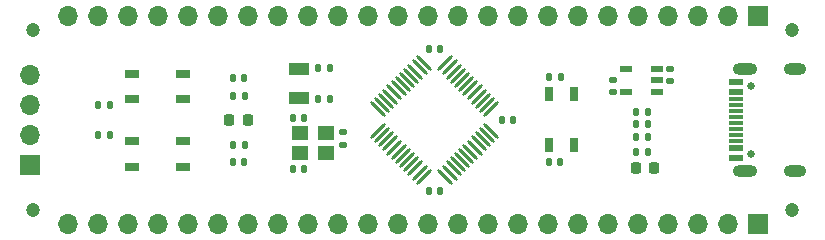
<source format=gts>
%TF.GenerationSoftware,KiCad,Pcbnew,7.0.5*%
%TF.CreationDate,2023-06-29T00:31:54+08:00*%
%TF.ProjectId,UINIO-MCU-GD32F103C,55494e49-4f2d-44d4-9355-2d4744333246,Version 2.0.0*%
%TF.SameCoordinates,PX9357ba0PY5667240*%
%TF.FileFunction,Soldermask,Top*%
%TF.FilePolarity,Negative*%
%FSLAX46Y46*%
G04 Gerber Fmt 4.6, Leading zero omitted, Abs format (unit mm)*
G04 Created by KiCad (PCBNEW 7.0.5) date 2023-06-29 00:31:54*
%MOMM*%
%LPD*%
G01*
G04 APERTURE LIST*
G04 Aperture macros list*
%AMRoundRect*
0 Rectangle with rounded corners*
0 $1 Rounding radius*
0 $2 $3 $4 $5 $6 $7 $8 $9 X,Y pos of 4 corners*
0 Add a 4 corners polygon primitive as box body*
4,1,4,$2,$3,$4,$5,$6,$7,$8,$9,$2,$3,0*
0 Add four circle primitives for the rounded corners*
1,1,$1+$1,$2,$3*
1,1,$1+$1,$4,$5*
1,1,$1+$1,$6,$7*
1,1,$1+$1,$8,$9*
0 Add four rect primitives between the rounded corners*
20,1,$1+$1,$2,$3,$4,$5,0*
20,1,$1+$1,$4,$5,$6,$7,0*
20,1,$1+$1,$6,$7,$8,$9,0*
20,1,$1+$1,$8,$9,$2,$3,0*%
%AMHorizOval*
0 Thick line with rounded ends*
0 $1 width*
0 $2 $3 position (X,Y) of the first rounded end (center of the circle)*
0 $4 $5 position (X,Y) of the second rounded end (center of the circle)*
0 Add line between two ends*
20,1,$1,$2,$3,$4,$5,0*
0 Add two circle primitives to create the rounded ends*
1,1,$1,$2,$3*
1,1,$1,$4,$5*%
G04 Aperture macros list end*
%ADD10RoundRect,0.135000X-0.135000X-0.185000X0.135000X-0.185000X0.135000X0.185000X-0.135000X0.185000X0*%
%ADD11RoundRect,0.140000X-0.140000X-0.170000X0.140000X-0.170000X0.140000X0.170000X-0.140000X0.170000X0*%
%ADD12RoundRect,0.135000X0.135000X0.185000X-0.135000X0.185000X-0.135000X-0.185000X0.135000X-0.185000X0*%
%ADD13R,0.650000X1.200000*%
%ADD14R,1.800000X1.000000*%
%ADD15R,1.000000X0.600000*%
%ADD16RoundRect,0.140000X0.140000X0.170000X-0.140000X0.170000X-0.140000X-0.170000X0.140000X-0.170000X0*%
%ADD17RoundRect,0.218750X0.218750X0.256250X-0.218750X0.256250X-0.218750X-0.256250X0.218750X-0.256250X0*%
%ADD18R,1.200000X0.650000*%
%ADD19R,1.700000X1.700000*%
%ADD20O,1.700000X1.700000*%
%ADD21RoundRect,0.140000X0.170000X-0.140000X0.170000X0.140000X-0.170000X0.140000X-0.170000X-0.140000X0*%
%ADD22C,1.200000*%
%ADD23C,0.650000*%
%ADD24O,2.100000X1.000000*%
%ADD25O,1.900000X1.000000*%
%ADD26R,1.150000X0.600000*%
%ADD27R,1.150000X0.300000*%
%ADD28RoundRect,0.140000X-0.170000X0.140000X-0.170000X-0.140000X0.170000X-0.140000X0.170000X0.140000X0*%
%ADD29R,1.400000X1.200000*%
%ADD30RoundRect,0.135000X-0.185000X0.135000X-0.185000X-0.135000X0.185000X-0.135000X0.185000X0.135000X0*%
%ADD31HorizOval,0.280000X-0.537401X0.537401X0.537401X-0.537401X0*%
%ADD32HorizOval,0.280000X-0.537401X-0.537401X0.537401X0.537401X0*%
%ADD33RoundRect,0.218750X-0.218750X-0.256250X0.218750X-0.256250X0.218750X0.256250X-0.218750X0.256250X0*%
G04 APERTURE END LIST*
D10*
%TO.C,R1*%
X17600000Y-12840000D03*
X18620000Y-12840000D03*
%TD*%
D11*
%TO.C,C7*%
X-16480000Y-6565000D03*
X-15520000Y-6565000D03*
%TD*%
D12*
%TO.C,R8*%
X-26910000Y-11380000D03*
X-27930000Y-11380000D03*
%TD*%
D13*
%TO.C,SW2*%
X10265000Y-12220000D03*
X10265000Y-7920000D03*
X12415000Y-12220000D03*
X12415000Y-7920000D03*
%TD*%
D14*
%TO.C,Y1*%
X-10870000Y-8280000D03*
X-10870000Y-5780000D03*
%TD*%
D15*
%TO.C,U1*%
X19400000Y-7716000D03*
X19400000Y-6766000D03*
X19400000Y-5816000D03*
X16800000Y-5816000D03*
X16800000Y-7716000D03*
%TD*%
D16*
%TO.C,C11*%
X-8310000Y-8320000D03*
X-9270000Y-8320000D03*
%TD*%
D17*
%TO.C,D1*%
X19177500Y-14230000D03*
X17602500Y-14230000D03*
%TD*%
D18*
%TO.C,SW3*%
X-20760000Y-8340000D03*
X-25060000Y-8340000D03*
X-20760000Y-6190000D03*
X-25060000Y-6190000D03*
%TD*%
D19*
%TO.C,J3*%
X-33700000Y-13920000D03*
D20*
X-33700000Y-11380000D03*
X-33700000Y-8840000D03*
X-33700000Y-6300000D03*
%TD*%
D21*
%TO.C,C2*%
X20500000Y-6780000D03*
X20500000Y-5820000D03*
%TD*%
D12*
%TO.C,R10*%
X-15490000Y-8115000D03*
X-16510000Y-8115000D03*
%TD*%
D22*
%TO.C,HOLE\u002A\u002A*%
X30850000Y-17740000D03*
%TD*%
D12*
%TO.C,R4*%
X18620000Y-9410000D03*
X17600000Y-9410000D03*
%TD*%
D22*
%TO.C,HOLE\u002A\u002A*%
X-33410000Y-17740000D03*
%TD*%
%TO.C,HOLE\u002A\u002A*%
X-33410000Y-2530000D03*
%TD*%
D11*
%TO.C,C4*%
X100000Y-16120000D03*
X1060000Y-16120000D03*
%TD*%
D16*
%TO.C,C10*%
X-8310000Y-5750000D03*
X-9270000Y-5750000D03*
%TD*%
D23*
%TO.C,USB1*%
X27361000Y-13010000D03*
X27361000Y-7230000D03*
D24*
X26861000Y-14445000D03*
X26861000Y-5795000D03*
D25*
X31061000Y-14445000D03*
X31061000Y-5795000D03*
D26*
X26099000Y-13320000D03*
X26099000Y-12520000D03*
D27*
X26099000Y-11370000D03*
X26099000Y-10370000D03*
X26099000Y-9870000D03*
X26099000Y-8870000D03*
D26*
X26099000Y-6920000D03*
X26099000Y-7720000D03*
D27*
X26099000Y-8370000D03*
X26099000Y-9370000D03*
X26099000Y-10870000D03*
X26099000Y-11870000D03*
%TD*%
D28*
%TO.C,C5*%
X15690000Y-6760000D03*
X15690000Y-7720000D03*
%TD*%
D10*
%TO.C,R9*%
X-27940000Y-8840000D03*
X-26920000Y-8840000D03*
%TD*%
D29*
%TO.C,Y2*%
X-10830000Y-12960000D03*
X-8630000Y-12960000D03*
X-8630000Y-11260000D03*
X-10830000Y-11260000D03*
%TD*%
D12*
%TO.C,R5*%
X-15490000Y-12215000D03*
X-16510000Y-12215000D03*
%TD*%
D16*
%TO.C,C6*%
X1070000Y-4140000D03*
X110000Y-4140000D03*
%TD*%
D30*
%TO.C,R7*%
X-7160000Y-11180000D03*
X-7160000Y-12200000D03*
%TD*%
D31*
%TO.C,U2*%
X-339239Y-5316674D03*
X-692792Y-5670227D03*
X-1046346Y-6023781D03*
X-1399899Y-6377334D03*
X-1753452Y-6730887D03*
X-2107006Y-7084441D03*
X-2460559Y-7437994D03*
X-2814113Y-7791548D03*
X-3167666Y-8145101D03*
X-3521219Y-8498654D03*
X-3874773Y-8852208D03*
X-4228326Y-9205761D03*
D32*
X-4228326Y-11044239D03*
X-3874773Y-11397792D03*
X-3521219Y-11751346D03*
X-3167666Y-12104899D03*
X-2814113Y-12458452D03*
X-2460559Y-12812006D03*
X-2107006Y-13165559D03*
X-1753452Y-13519113D03*
X-1399899Y-13872666D03*
X-1046346Y-14226219D03*
X-692792Y-14579773D03*
X-339239Y-14933326D03*
D31*
X1499239Y-14933326D03*
X1852792Y-14579773D03*
X2206346Y-14226219D03*
X2559899Y-13872666D03*
X2913452Y-13519113D03*
X3267006Y-13165559D03*
X3620559Y-12812006D03*
X3974113Y-12458452D03*
X4327666Y-12104899D03*
X4681219Y-11751346D03*
X5034773Y-11397792D03*
X5388326Y-11044239D03*
D32*
X5388326Y-9205761D03*
X5034773Y-8852208D03*
X4681219Y-8498654D03*
X4327666Y-8145101D03*
X3974113Y-7791548D03*
X3620559Y-7437994D03*
X3267006Y-7084441D03*
X2913452Y-6730887D03*
X2559899Y-6377334D03*
X2206346Y-6023781D03*
X1852792Y-5670227D03*
X1499239Y-5316674D03*
%TD*%
D11*
%TO.C,C8*%
X-11400000Y-9950000D03*
X-10440000Y-9950000D03*
%TD*%
D22*
%TO.C,HOLE\u002A\u002A*%
X30850000Y-2520000D03*
%TD*%
D10*
%TO.C,R3*%
X17600000Y-11590000D03*
X18620000Y-11590000D03*
%TD*%
%TO.C,R2*%
X17600000Y-10500000D03*
X18620000Y-10500000D03*
%TD*%
D11*
%TO.C,C1*%
X-16480000Y-13715000D03*
X-15520000Y-13715000D03*
%TD*%
D33*
%TO.C,L1*%
X-16787500Y-10115000D03*
X-15212500Y-10115000D03*
%TD*%
D11*
%TO.C,C9*%
X10260000Y-13710000D03*
X11220000Y-13710000D03*
%TD*%
D16*
%TO.C,C3*%
X7230000Y-10160000D03*
X6270000Y-10160000D03*
%TD*%
D12*
%TO.C,R6*%
X11270000Y-6460000D03*
X10250000Y-6460000D03*
%TD*%
D11*
%TO.C,C12*%
X-11400000Y-14270000D03*
X-10440000Y-14270000D03*
%TD*%
D18*
%TO.C,SW1*%
X-25060000Y-11940000D03*
X-20760000Y-11940000D03*
X-25060000Y-14090000D03*
X-20760000Y-14090000D03*
%TD*%
D19*
%TO.C,J1*%
X27930000Y-18950000D03*
D20*
X25390000Y-18950000D03*
X22850000Y-18950000D03*
X20310000Y-18950000D03*
X17770000Y-18950000D03*
X15230000Y-18950000D03*
X12690000Y-18950000D03*
X10150000Y-18950000D03*
X7610000Y-18950000D03*
X5070000Y-18950000D03*
X2530000Y-18950000D03*
X-10000Y-18950000D03*
X-2550000Y-18950000D03*
X-5090000Y-18950000D03*
X-7630000Y-18950000D03*
X-10170000Y-18950000D03*
X-12710000Y-18950000D03*
X-15250000Y-18950000D03*
X-17790000Y-18950000D03*
X-20330000Y-18950000D03*
X-22870000Y-18950000D03*
X-25410000Y-18950000D03*
X-27950000Y-18950000D03*
X-30490000Y-18950000D03*
%TD*%
D19*
%TO.C,J2*%
X27930000Y-1310000D03*
D20*
X25390000Y-1310000D03*
X22850000Y-1310000D03*
X20310000Y-1310000D03*
X17770000Y-1310000D03*
X15230000Y-1310000D03*
X12690000Y-1310000D03*
X10150000Y-1310000D03*
X7610000Y-1310000D03*
X5070000Y-1310000D03*
X2530000Y-1310000D03*
X-10000Y-1310000D03*
X-2550000Y-1310000D03*
X-5090000Y-1310000D03*
X-7630000Y-1310000D03*
X-10170000Y-1310000D03*
X-12710000Y-1310000D03*
X-15250000Y-1310000D03*
X-17790000Y-1310000D03*
X-20330000Y-1310000D03*
X-22870000Y-1310000D03*
X-25410000Y-1310000D03*
X-27950000Y-1310000D03*
X-30490000Y-1310000D03*
%TD*%
M02*

</source>
